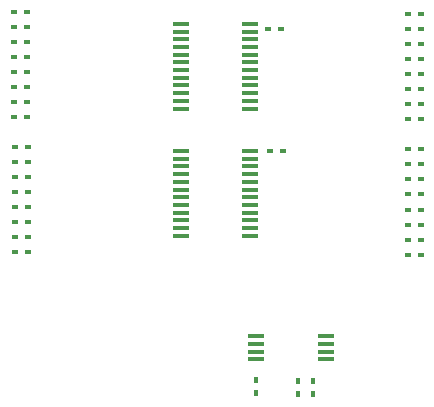
<source format=gbr>
G04 #@! TF.FileFunction,Paste,Top*
%FSLAX46Y46*%
G04 Gerber Fmt 4.6, Leading zero omitted, Abs format (unit mm)*
G04 Created by KiCad (PCBNEW 4.0.2-stable) date Monday, September 10, 2018 'AMt' 09:19:22 AM*
%MOMM*%
G01*
G04 APERTURE LIST*
%ADD10C,0.025400*%
%ADD11R,1.399200X0.399200*%
%ADD12R,1.422400X0.304800*%
%ADD13R,0.449200X0.549200*%
%ADD14R,0.549200X0.449200*%
G04 APERTURE END LIST*
D10*
D11*
X154816600Y-122615600D03*
X154816600Y-121965600D03*
X154816600Y-121315600D03*
X154816600Y-120665600D03*
X148916600Y-120665600D03*
X148916600Y-121315600D03*
X148916600Y-121965600D03*
X148916600Y-122615600D03*
D12*
X142494000Y-104978200D03*
X142494000Y-105638600D03*
X142494000Y-106273600D03*
X142494000Y-106934000D03*
X142494000Y-107594400D03*
X142494000Y-108229400D03*
X142494000Y-108889800D03*
X142494000Y-109524800D03*
X142494000Y-110185200D03*
X142494000Y-110845600D03*
X142494000Y-111480600D03*
X142494000Y-112141000D03*
X148336000Y-112141000D03*
X148336000Y-111480600D03*
X148336000Y-110845600D03*
X148336000Y-110185200D03*
X148336000Y-109524800D03*
X148336000Y-108889800D03*
X148336000Y-108229400D03*
X148336000Y-107594400D03*
X148336000Y-106934000D03*
X148336000Y-106273600D03*
X148336000Y-105638600D03*
X148336000Y-104978200D03*
X142494000Y-94208600D03*
X142494000Y-94869000D03*
X142494000Y-95504000D03*
X142494000Y-96164400D03*
X142494000Y-96824800D03*
X142494000Y-97459800D03*
X142494000Y-98120200D03*
X142494000Y-98755200D03*
X142494000Y-99415600D03*
X142494000Y-100076000D03*
X142494000Y-100711000D03*
X142494000Y-101371400D03*
X148336000Y-101371400D03*
X148336000Y-100711000D03*
X148336000Y-100076000D03*
X148336000Y-99415600D03*
X148336000Y-98755200D03*
X148336000Y-98120200D03*
X148336000Y-97459800D03*
X148336000Y-96824800D03*
X148336000Y-96164400D03*
X148336000Y-95504000D03*
X148336000Y-94869000D03*
X148336000Y-94208600D03*
D13*
X148920200Y-124341800D03*
X148920200Y-125441800D03*
D14*
X128482000Y-104648000D03*
X129582000Y-104648000D03*
X128355000Y-93218000D03*
X129455000Y-93218000D03*
X128482000Y-105918000D03*
X129582000Y-105918000D03*
X128355000Y-94488000D03*
X129455000Y-94488000D03*
X128482000Y-107188000D03*
X129582000Y-107188000D03*
X128355000Y-95758000D03*
X129455000Y-95758000D03*
X128482000Y-108458000D03*
X129582000Y-108458000D03*
X128355000Y-97028000D03*
X129455000Y-97028000D03*
X128482000Y-109728000D03*
X129582000Y-109728000D03*
X128355000Y-98298000D03*
X129455000Y-98298000D03*
X128482000Y-110998000D03*
X129582000Y-110998000D03*
X128355000Y-99568000D03*
X129455000Y-99568000D03*
X128482000Y-112268000D03*
X129582000Y-112268000D03*
X128355000Y-100838000D03*
X129455000Y-100838000D03*
X128482000Y-113538000D03*
X129582000Y-113538000D03*
X128355000Y-102108000D03*
X129455000Y-102108000D03*
X162856000Y-113792000D03*
X161756000Y-113792000D03*
X162856000Y-102235000D03*
X161756000Y-102235000D03*
X162856000Y-112522000D03*
X161756000Y-112522000D03*
X162856000Y-100965000D03*
X161756000Y-100965000D03*
X162856000Y-111252000D03*
X161756000Y-111252000D03*
X162856000Y-99695000D03*
X161756000Y-99695000D03*
X162856000Y-109982000D03*
X161756000Y-109982000D03*
X162856000Y-98425000D03*
X161756000Y-98425000D03*
X162856000Y-108585000D03*
X161756000Y-108585000D03*
X162856000Y-97155000D03*
X161756000Y-97155000D03*
X162856000Y-107315000D03*
X161756000Y-107315000D03*
X162856000Y-95885000D03*
X161756000Y-95885000D03*
X162856000Y-106045000D03*
X161756000Y-106045000D03*
X162856000Y-94615000D03*
X161756000Y-94615000D03*
X162856000Y-104775000D03*
X161756000Y-104775000D03*
X162856000Y-93345000D03*
X161756000Y-93345000D03*
D13*
X153695400Y-125543400D03*
X153695400Y-124443400D03*
X152450800Y-125543400D03*
X152450800Y-124443400D03*
D14*
X149894200Y-94615000D03*
X150994200Y-94615000D03*
X150072000Y-104965500D03*
X151172000Y-104965500D03*
M02*

</source>
